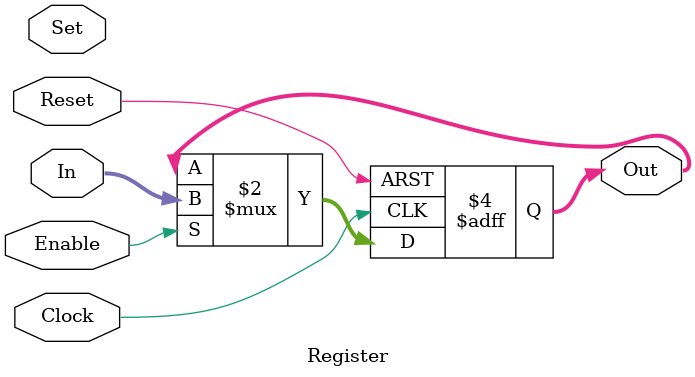
<source format=v>
module Counter (
    input Clock, Reset, Set, Load, Enable,
    input [Width-1:0] In,
    output reg [Width-1:0] Count
);

parameter Width = 32;
parameter Limited = 0;
parameter Down = 0;
parameter Initial = {Width{1'bx}};
parameter AsyncReset = 0;
parameter AsyncSet = 0;

wire NoLimit;

wire RegEnable;
wire [Width-1:0] RegIn;

assign NoLimit = !Limited;

assign RegEnable = Load | (Enable & (NoLimit | (Down ? Count : ~&Count)));
assign RegIn = Load ? In : (Down ? (Count - 1) : (Count + 1));

always @ (posedge Clock or posedge Reset)
    if (Reset)
        Count <= Initial;
    else if (RegEnable)
        Count <= RegIn;

endmodule

module Register (
    input Clock, Reset, Set, Enable,
    input [Width-1:0] In,
    output reg [Width-1:0] Out
);

parameter Width = 32;
parameter Initial = {Width{1'bx}};
parameter AsyncReset = 0;
parameter AsyncSet = 0;

always @ (posedge Clock or posedge Reset)
    if (Reset)
        Out <= Initial;
    else if (Enable)
        Out <= In;

endmodule
</source>
